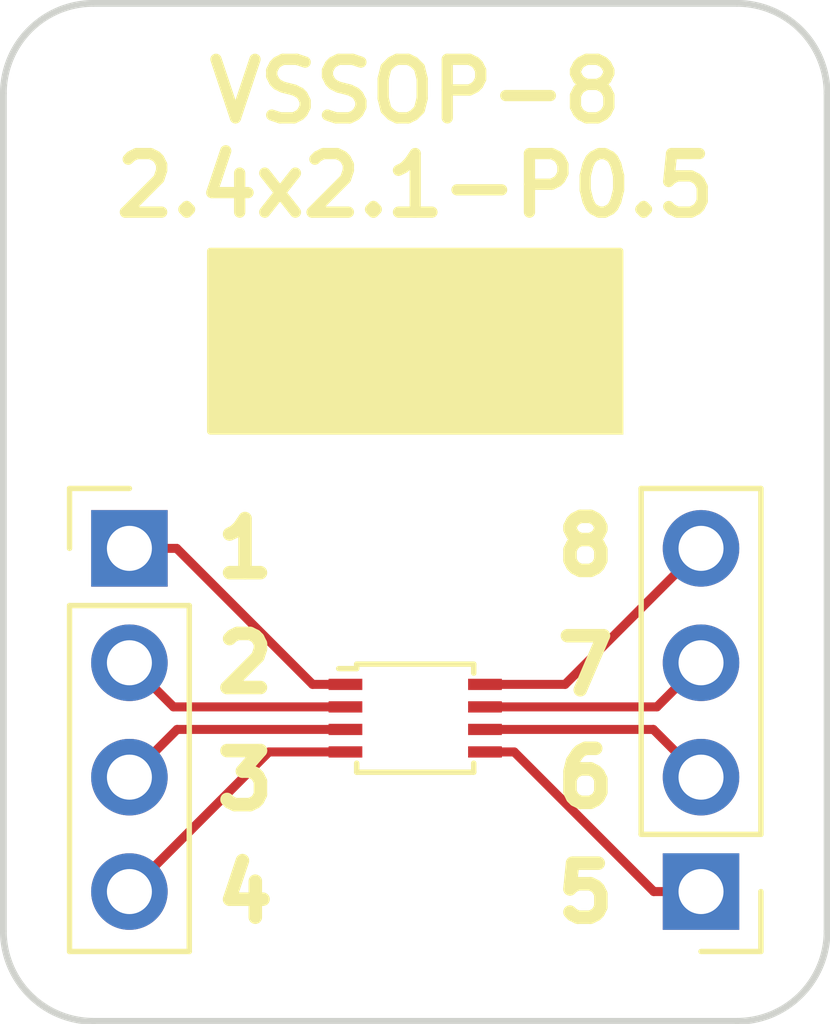
<source format=kicad_pcb>
(kicad_pcb (version 20171130) (host pcbnew 5.0.1-33cea8e~68~ubuntu18.10.1)

  (general
    (thickness 1.6)
    (drawings 18)
    (tracks 20)
    (zones 0)
    (modules 3)
    (nets 9)
  )

  (page A4)
  (title_block
    (title BRK-VSSOP-8-2.4x2.1-P0.5)
    (rev v1.0)
    (company https://gekkio.fi)
  )

  (layers
    (0 F.Cu signal)
    (31 B.Cu signal)
    (32 B.Adhes user)
    (33 F.Adhes user)
    (34 B.Paste user)
    (35 F.Paste user)
    (36 B.SilkS user)
    (37 F.SilkS user)
    (38 B.Mask user)
    (39 F.Mask user)
    (40 Dwgs.User user)
    (41 Cmts.User user)
    (42 Eco1.User user)
    (43 Eco2.User user)
    (44 Edge.Cuts user)
    (45 Margin user)
    (46 B.CrtYd user)
    (47 F.CrtYd user)
    (48 B.Fab user)
    (49 F.Fab user)
  )

  (setup
    (last_trace_width 0.2)
    (trace_clearance 0.2)
    (zone_clearance 0.508)
    (zone_45_only no)
    (trace_min 0.2)
    (segment_width 0.2)
    (edge_width 0.15)
    (via_size 0.8)
    (via_drill 0.4)
    (via_min_size 0.4)
    (via_min_drill 0.3)
    (uvia_size 0.3)
    (uvia_drill 0.1)
    (uvias_allowed no)
    (uvia_min_size 0.2)
    (uvia_min_drill 0.1)
    (pcb_text_width 0.3)
    (pcb_text_size 1.5 1.5)
    (mod_edge_width 0.15)
    (mod_text_size 1 1)
    (mod_text_width 0.15)
    (pad_size 1.524 1.524)
    (pad_drill 0.762)
    (pad_to_mask_clearance 0)
    (solder_mask_min_width 0.2)
    (aux_axis_origin 0 0)
    (visible_elements FFFFFF7F)
    (pcbplotparams
      (layerselection 0x010fc_ffffffff)
      (usegerberextensions false)
      (usegerberattributes false)
      (usegerberadvancedattributes false)
      (creategerberjobfile true)
      (excludeedgelayer false)
      (linewidth 0.100000)
      (plotframeref false)
      (viasonmask false)
      (mode 1)
      (useauxorigin false)
      (hpglpennumber 1)
      (hpglpenspeed 20)
      (hpglpendiameter 15.000000)
      (psnegative false)
      (psa4output false)
      (plotreference true)
      (plotvalue true)
      (plotinvisibletext false)
      (padsonsilk false)
      (subtractmaskfromsilk false)
      (outputformat 1)
      (mirror false)
      (drillshape 0)
      (scaleselection 1)
      (outputdirectory "gerber/"))
  )

  (net 0 "")
  (net 1 "Net-(J1-Pad1)")
  (net 2 "Net-(J1-Pad2)")
  (net 3 "Net-(J1-Pad3)")
  (net 4 "Net-(J2-Pad1)")
  (net 5 "Net-(J2-Pad2)")
  (net 6 "Net-(J2-Pad3)")
  (net 7 "Net-(J1-Pad4)")
  (net 8 "Net-(J2-Pad4)")

  (net_class Default "This is the default net class."
    (clearance 0.2)
    (trace_width 0.2)
    (via_dia 0.8)
    (via_drill 0.4)
    (uvia_dia 0.3)
    (uvia_drill 0.1)
    (add_net "Net-(J1-Pad1)")
    (add_net "Net-(J1-Pad2)")
    (add_net "Net-(J1-Pad3)")
    (add_net "Net-(J1-Pad4)")
    (add_net "Net-(J2-Pad1)")
    (add_net "Net-(J2-Pad2)")
    (add_net "Net-(J2-Pad3)")
    (add_net "Net-(J2-Pad4)")
  )

  (module Connector_PinHeader_2.54mm:PinHeader_1x04_P2.54mm_Vertical (layer F.Cu) (tedit 5C02E3A7) (tstamp 5C0583C3)
    (at 65.5 67.72 180)
    (descr "Through hole straight pin header, 1x04, 2.54mm pitch, single row")
    (tags "Through hole pin header THT 1x04 2.54mm single row")
    (path /5BD4B172)
    (fp_text reference J2 (at 0 -2.33 180) (layer F.SilkS) hide
      (effects (font (size 1 1) (thickness 0.15)))
    )
    (fp_text value Conn_01x04 (at 0 9.95 180) (layer F.Fab) hide
      (effects (font (size 1 1) (thickness 0.15)))
    )
    (fp_text user %R (at 0 3.81 270) (layer F.Fab)
      (effects (font (size 1 1) (thickness 0.15)))
    )
    (fp_line (start 1.8 -1.8) (end -1.8 -1.8) (layer F.CrtYd) (width 0.05))
    (fp_line (start 1.8 9.4) (end 1.8 -1.8) (layer F.CrtYd) (width 0.05))
    (fp_line (start -1.8 9.4) (end 1.8 9.4) (layer F.CrtYd) (width 0.05))
    (fp_line (start -1.8 -1.8) (end -1.8 9.4) (layer F.CrtYd) (width 0.05))
    (fp_line (start -1.33 -1.33) (end 0 -1.33) (layer F.SilkS) (width 0.12))
    (fp_line (start -1.33 0) (end -1.33 -1.33) (layer F.SilkS) (width 0.12))
    (fp_line (start -1.33 1.27) (end 1.33 1.27) (layer F.SilkS) (width 0.12))
    (fp_line (start 1.33 1.27) (end 1.33 8.95) (layer F.SilkS) (width 0.12))
    (fp_line (start -1.33 1.27) (end -1.33 8.95) (layer F.SilkS) (width 0.12))
    (fp_line (start -1.33 8.95) (end 1.33 8.95) (layer F.SilkS) (width 0.12))
    (fp_line (start -1.27 -0.635) (end -0.635 -1.27) (layer F.Fab) (width 0.1))
    (fp_line (start -1.27 8.89) (end -1.27 -0.635) (layer F.Fab) (width 0.1))
    (fp_line (start 1.27 8.89) (end -1.27 8.89) (layer F.Fab) (width 0.1))
    (fp_line (start 1.27 -1.27) (end 1.27 8.89) (layer F.Fab) (width 0.1))
    (fp_line (start -0.635 -1.27) (end 1.27 -1.27) (layer F.Fab) (width 0.1))
    (pad 4 thru_hole oval (at 0 7.62 180) (size 1.7 1.7) (drill 1) (layers *.Cu *.Mask)
      (net 8 "Net-(J2-Pad4)"))
    (pad 3 thru_hole oval (at 0 5.08 180) (size 1.7 1.7) (drill 1) (layers *.Cu *.Mask)
      (net 6 "Net-(J2-Pad3)"))
    (pad 2 thru_hole oval (at 0 2.54 180) (size 1.7 1.7) (drill 1) (layers *.Cu *.Mask)
      (net 5 "Net-(J2-Pad2)"))
    (pad 1 thru_hole rect (at 0 0 180) (size 1.7 1.7) (drill 1) (layers *.Cu *.Mask)
      (net 4 "Net-(J2-Pad1)"))
    (model ${KISYS3DMOD}/Connector_PinHeader_2.54mm.3dshapes/PinHeader_1x04_P2.54mm_Vertical.wrl
      (at (xyz 0 0 0))
      (scale (xyz 1 1 1))
      (rotate (xyz 0 0 0))
    )
  )

  (module Connector_PinHeader_2.54mm:PinHeader_1x04_P2.54mm_Vertical (layer F.Cu) (tedit 5C02E3A5) (tstamp 5C0583AC)
    (at 52.8 60.1)
    (descr "Through hole straight pin header, 1x04, 2.54mm pitch, single row")
    (tags "Through hole pin header THT 1x04 2.54mm single row")
    (path /5BD4B0A3)
    (fp_text reference J1 (at 0 -2.33) (layer F.SilkS) hide
      (effects (font (size 1 1) (thickness 0.15)))
    )
    (fp_text value Conn_01x04 (at 0 9.95) (layer F.Fab) hide
      (effects (font (size 1 1) (thickness 0.15)))
    )
    (fp_line (start -0.635 -1.27) (end 1.27 -1.27) (layer F.Fab) (width 0.1))
    (fp_line (start 1.27 -1.27) (end 1.27 8.89) (layer F.Fab) (width 0.1))
    (fp_line (start 1.27 8.89) (end -1.27 8.89) (layer F.Fab) (width 0.1))
    (fp_line (start -1.27 8.89) (end -1.27 -0.635) (layer F.Fab) (width 0.1))
    (fp_line (start -1.27 -0.635) (end -0.635 -1.27) (layer F.Fab) (width 0.1))
    (fp_line (start -1.33 8.95) (end 1.33 8.95) (layer F.SilkS) (width 0.12))
    (fp_line (start -1.33 1.27) (end -1.33 8.95) (layer F.SilkS) (width 0.12))
    (fp_line (start 1.33 1.27) (end 1.33 8.95) (layer F.SilkS) (width 0.12))
    (fp_line (start -1.33 1.27) (end 1.33 1.27) (layer F.SilkS) (width 0.12))
    (fp_line (start -1.33 0) (end -1.33 -1.33) (layer F.SilkS) (width 0.12))
    (fp_line (start -1.33 -1.33) (end 0 -1.33) (layer F.SilkS) (width 0.12))
    (fp_line (start -1.8 -1.8) (end -1.8 9.4) (layer F.CrtYd) (width 0.05))
    (fp_line (start -1.8 9.4) (end 1.8 9.4) (layer F.CrtYd) (width 0.05))
    (fp_line (start 1.8 9.4) (end 1.8 -1.8) (layer F.CrtYd) (width 0.05))
    (fp_line (start 1.8 -1.8) (end -1.8 -1.8) (layer F.CrtYd) (width 0.05))
    (fp_text user %R (at 0 3.81 90) (layer F.Fab)
      (effects (font (size 1 1) (thickness 0.15)))
    )
    (pad 1 thru_hole rect (at 0 0) (size 1.7 1.7) (drill 1) (layers *.Cu *.Mask)
      (net 1 "Net-(J1-Pad1)"))
    (pad 2 thru_hole oval (at 0 2.54) (size 1.7 1.7) (drill 1) (layers *.Cu *.Mask)
      (net 2 "Net-(J1-Pad2)"))
    (pad 3 thru_hole oval (at 0 5.08) (size 1.7 1.7) (drill 1) (layers *.Cu *.Mask)
      (net 3 "Net-(J1-Pad3)"))
    (pad 4 thru_hole oval (at 0 7.62) (size 1.7 1.7) (drill 1) (layers *.Cu *.Mask)
      (net 7 "Net-(J1-Pad4)"))
    (model ${KISYS3DMOD}/Connector_PinHeader_2.54mm.3dshapes/PinHeader_1x04_P2.54mm_Vertical.wrl
      (at (xyz 0 0 0))
      (scale (xyz 1 1 1))
      (rotate (xyz 0 0 0))
    )
  )

  (module Package_SO:VSSOP-8_2.4x2.1mm_P0.5mm (layer F.Cu) (tedit 5C02E39A) (tstamp 5C058390)
    (at 59.15 63.87)
    (descr http://www.ti.com/lit/ml/mpds050d/mpds050d.pdf)
    (tags "VSSOP DCU R-PDSO-G8 Pitch0.5mm")
    (path /5BD4B043)
    (attr smd)
    (fp_text reference U1 (at 0 -2.54) (layer F.SilkS) hide
      (effects (font (size 1 1) (thickness 0.15)))
    )
    (fp_text value VSSOP-8-2.4x2.1-P0.5 (at 0 2.413) (layer F.Fab) hide
      (effects (font (size 1 1) (thickness 0.15)))
    )
    (fp_line (start -2.18 1.3) (end -2.18 -1.3) (layer F.CrtYd) (width 0.05))
    (fp_line (start 2.18 1.3) (end -2.18 1.3) (layer F.CrtYd) (width 0.05))
    (fp_line (start 2.18 -1.3) (end 2.18 1.3) (layer F.CrtYd) (width 0.05))
    (fp_line (start -2.18 -1.3) (end 2.18 -1.3) (layer F.CrtYd) (width 0.05))
    (fp_line (start -1.3 1.2) (end -1.3 1) (layer F.SilkS) (width 0.12))
    (fp_line (start -1.3 -1.1) (end -1.7 -1.1) (layer F.SilkS) (width 0.12))
    (fp_line (start -1.3 -1.2) (end -1.3 -1.1) (layer F.SilkS) (width 0.12))
    (fp_line (start 1.3 -1.2) (end -1.3 -1.2) (layer F.SilkS) (width 0.12))
    (fp_line (start 1.3 -1) (end 1.3 -1.2) (layer F.SilkS) (width 0.12))
    (fp_line (start 1.3 1.2) (end 1.3 1) (layer F.SilkS) (width 0.12))
    (fp_line (start -1.3 1.2) (end 1.3 1.2) (layer F.SilkS) (width 0.12))
    (fp_line (start -1.2 -0.7) (end -1.2 1.05) (layer F.Fab) (width 0.1))
    (fp_line (start -0.9 -1.05) (end -1.2 -0.7) (layer F.Fab) (width 0.1))
    (fp_line (start 1.2 -1.05) (end -0.9 -1.05) (layer F.Fab) (width 0.1))
    (fp_line (start 1.2 1.05) (end 1.2 -1.05) (layer F.Fab) (width 0.1))
    (fp_line (start -1.2 1.05) (end 1.2 1.05) (layer F.Fab) (width 0.1))
    (fp_text user %R (at 0 0) (layer F.Fab)
      (effects (font (size 0.5 0.5) (thickness 0.1)))
    )
    (pad 1 smd rect (at -1.55 -0.75) (size 0.75 0.25) (layers F.Cu F.Paste F.Mask)
      (net 1 "Net-(J1-Pad1)"))
    (pad 2 smd rect (at -1.55 -0.25) (size 0.75 0.25) (layers F.Cu F.Paste F.Mask)
      (net 2 "Net-(J1-Pad2)"))
    (pad 3 smd rect (at -1.55 0.25) (size 0.75 0.25) (layers F.Cu F.Paste F.Mask)
      (net 3 "Net-(J1-Pad3)"))
    (pad 4 smd rect (at -1.55 0.75) (size 0.75 0.25) (layers F.Cu F.Paste F.Mask)
      (net 7 "Net-(J1-Pad4)"))
    (pad 5 smd rect (at 1.55 0.75) (size 0.75 0.25) (layers F.Cu F.Paste F.Mask)
      (net 4 "Net-(J2-Pad1)"))
    (pad 6 smd rect (at 1.55 0.25) (size 0.75 0.25) (layers F.Cu F.Paste F.Mask)
      (net 5 "Net-(J2-Pad2)"))
    (pad 7 smd rect (at 1.55 -0.25) (size 0.75 0.25) (layers F.Cu F.Paste F.Mask)
      (net 6 "Net-(J2-Pad3)"))
    (pad 8 smd rect (at 1.55 -0.75) (size 0.75 0.25) (layers F.Cu F.Paste F.Mask)
      (net 8 "Net-(J2-Pad4)"))
    (model ${KISYS3DMOD}/Package_SO.3dshapes/VSSOP-8_2.4x2.1mm_P0.5mm.wrl
      (at (xyz 0 0 0))
      (scale (xyz 1 1 1))
      (rotate (xyz 0 0 0))
    )
  )

  (gr_text 4 (at 54.6 67.75) (layer F.SilkS) (tstamp 5C0586B0)
    (effects (font (size 1.2 1.2) (thickness 0.3)) (justify left))
  )
  (gr_text 5 (at 63.7 67.75) (layer F.SilkS) (tstamp 5C0586AC)
    (effects (font (size 1.2 1.2) (thickness 0.3)) (justify right))
  )
  (gr_arc (start 52 68.6) (end 50 68.6) (angle -90) (layer Edge.Cuts) (width 0.15) (tstamp 5BF54D67))
  (gr_arc (start 66.3 68.6) (end 66.3 70.6) (angle -90) (layer Edge.Cuts) (width 0.15) (tstamp 5BF54D5C))
  (gr_arc (start 66.3 50) (end 68.3 50) (angle -90) (layer Edge.Cuts) (width 0.15) (tstamp 5BF54D52))
  (gr_arc (start 52 50) (end 52 48) (angle -90) (layer Edge.Cuts) (width 0.15))
  (gr_text 6 (at 63.7 65.2) (layer F.SilkS) (tstamp 5BD4A473)
    (effects (font (size 1.2 1.2) (thickness 0.3)) (justify right))
  )
  (gr_text 7 (at 63.7 62.7) (layer F.SilkS) (tstamp 5BD4A46F)
    (effects (font (size 1.2 1.2) (thickness 0.3)) (justify right))
  )
  (gr_text 8 (at 63.7 60.05) (layer F.SilkS) (tstamp 5BD4A463)
    (effects (font (size 1.2 1.2) (thickness 0.3)) (justify right))
  )
  (gr_text 3 (at 54.6 65.25) (layer F.SilkS) (tstamp 5BD4A45B)
    (effects (font (size 1.2 1.2) (thickness 0.3)) (justify left))
  )
  (gr_text 2 (at 54.6 62.65) (layer F.SilkS) (tstamp 5BD4A456)
    (effects (font (size 1.2 1.2) (thickness 0.3)) (justify left))
  )
  (gr_text 1 (at 54.6 60.1) (layer F.SilkS)
    (effects (font (size 1.2 1.2) (thickness 0.3)) (justify left))
  )
  (gr_line (start 66.3 70.6) (end 52 70.6) (layer Edge.Cuts) (width 0.15))
  (gr_poly (pts (xy 54.6 53.5) (xy 54.6 57.5) (xy 63.7 57.5) (xy 63.7 53.5)) (layer F.SilkS) (width 0.15))
  (gr_line (start 68.3 50) (end 68.3 68.6) (layer Edge.Cuts) (width 0.15))
  (gr_text "VSSOP-8\n2.4x2.1-P0.5" (at 59.15 51) (layer F.SilkS)
    (effects (font (size 1.3 1.3) (thickness 0.25)))
  )
  (gr_line (start 52 48) (end 66.3 48) (layer Edge.Cuts) (width 0.15))
  (gr_line (start 50 68.6) (end 50 50) (layer Edge.Cuts) (width 0.15))

  (segment (start 56.87 63.12) (end 57.6 63.12) (width 0.2) (layer F.Cu) (net 1))
  (segment (start 52.8 60.1) (end 53.85 60.1) (width 0.2) (layer F.Cu) (net 1))
  (segment (start 53.85 60.1) (end 56.87 63.12) (width 0.2) (layer F.Cu) (net 1))
  (segment (start 52.84 62.6) (end 52.8 62.64) (width 0.3) (layer F.Cu) (net 2) (status 30))
  (segment (start 53.78 63.62) (end 57.6 63.62) (width 0.2) (layer F.Cu) (net 2))
  (segment (start 52.8 62.64) (end 53.78 63.62) (width 0.2) (layer F.Cu) (net 2))
  (segment (start 53.86 64.12) (end 57.6 64.12) (width 0.2) (layer F.Cu) (net 3))
  (segment (start 52.8 65.18) (end 53.86 64.12) (width 0.2) (layer F.Cu) (net 3))
  (segment (start 65.5 67.72) (end 64.45 67.72) (width 0.2) (layer F.Cu) (net 4))
  (segment (start 61.35 64.62) (end 60.7 64.62) (width 0.2) (layer F.Cu) (net 4))
  (segment (start 64.45 67.72) (end 61.35 64.62) (width 0.2) (layer F.Cu) (net 4))
  (segment (start 64.44 64.12) (end 60.7 64.12) (width 0.2) (layer F.Cu) (net 5))
  (segment (start 65.5 65.18) (end 64.44 64.12) (width 0.2) (layer F.Cu) (net 5))
  (segment (start 65.46 62.6) (end 65.5 62.64) (width 0.3) (layer F.Cu) (net 6) (status 30))
  (segment (start 64.52 63.62) (end 60.7 63.62) (width 0.2) (layer F.Cu) (net 6))
  (segment (start 65.5 62.64) (end 64.52 63.62) (width 0.2) (layer F.Cu) (net 6))
  (segment (start 55.9 64.62) (end 57.6 64.62) (width 0.2) (layer F.Cu) (net 7))
  (segment (start 52.8 67.72) (end 55.9 64.62) (width 0.2) (layer F.Cu) (net 7))
  (segment (start 62.48 63.12) (end 60.7 63.12) (width 0.2) (layer F.Cu) (net 8))
  (segment (start 65.5 60.1) (end 62.48 63.12) (width 0.2) (layer F.Cu) (net 8))

)

</source>
